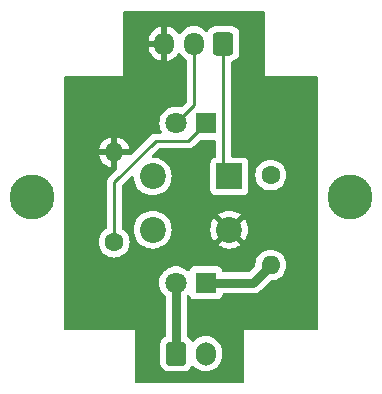
<source format=gbr>
%TF.GenerationSoftware,KiCad,Pcbnew,7.0.9*%
%TF.CreationDate,2024-03-13T22:22:46+01:00*%
%TF.ProjectId,KorryLargePCB,4b6f7272-794c-4617-9267-655043422e6b,rev?*%
%TF.SameCoordinates,Original*%
%TF.FileFunction,Copper,L1,Top*%
%TF.FilePolarity,Positive*%
%FSLAX46Y46*%
G04 Gerber Fmt 4.6, Leading zero omitted, Abs format (unit mm)*
G04 Created by KiCad (PCBNEW 7.0.9) date 2024-03-13 22:22:46*
%MOMM*%
%LPD*%
G01*
G04 APERTURE LIST*
G04 Aperture macros list*
%AMRoundRect*
0 Rectangle with rounded corners*
0 $1 Rounding radius*
0 $2 $3 $4 $5 $6 $7 $8 $9 X,Y pos of 4 corners*
0 Add a 4 corners polygon primitive as box body*
4,1,4,$2,$3,$4,$5,$6,$7,$8,$9,$2,$3,0*
0 Add four circle primitives for the rounded corners*
1,1,$1+$1,$2,$3*
1,1,$1+$1,$4,$5*
1,1,$1+$1,$6,$7*
1,1,$1+$1,$8,$9*
0 Add four rect primitives between the rounded corners*
20,1,$1+$1,$2,$3,$4,$5,0*
20,1,$1+$1,$4,$5,$6,$7,0*
20,1,$1+$1,$6,$7,$8,$9,0*
20,1,$1+$1,$8,$9,$2,$3,0*%
G04 Aperture macros list end*
%TA.AperFunction,ComponentPad*%
%ADD10C,1.600000*%
%TD*%
%TA.AperFunction,ComponentPad*%
%ADD11O,1.600000X1.600000*%
%TD*%
%TA.AperFunction,ComponentPad*%
%ADD12RoundRect,0.250000X-0.600000X-0.750000X0.600000X-0.750000X0.600000X0.750000X-0.600000X0.750000X0*%
%TD*%
%TA.AperFunction,ComponentPad*%
%ADD13O,1.700000X2.000000*%
%TD*%
%TA.AperFunction,ComponentPad*%
%ADD14RoundRect,0.250000X0.600000X0.725000X-0.600000X0.725000X-0.600000X-0.725000X0.600000X-0.725000X0*%
%TD*%
%TA.AperFunction,ComponentPad*%
%ADD15O,1.700000X1.950000*%
%TD*%
%TA.AperFunction,ComponentPad*%
%ADD16C,2.600000*%
%TD*%
%TA.AperFunction,ConnectorPad*%
%ADD17C,3.800000*%
%TD*%
%TA.AperFunction,ComponentPad*%
%ADD18R,2.200000X2.200000*%
%TD*%
%TA.AperFunction,ComponentPad*%
%ADD19C,2.200000*%
%TD*%
%TA.AperFunction,ComponentPad*%
%ADD20R,1.800000X1.800000*%
%TD*%
%TA.AperFunction,ComponentPad*%
%ADD21C,1.800000*%
%TD*%
%TA.AperFunction,Conductor*%
%ADD22C,0.250000*%
%TD*%
%TA.AperFunction,Conductor*%
%ADD23C,0.800000*%
%TD*%
G04 APERTURE END LIST*
D10*
%TO.P,R1,1*%
%TO.N,Net-(D1-K)*%
X54500000Y-39810000D03*
D11*
%TO.P,R1,2*%
%TO.N,GND*%
X54500000Y-32190000D03*
%TD*%
D12*
%TO.P,J2,1,Pin_1*%
%TO.N,+9V*%
X59750000Y-49250000D03*
D13*
%TO.P,J2,2,Pin_2*%
%TO.N,/LED_PCB*%
X62250000Y-49250000D03*
%TD*%
D14*
%TO.P,J1,1,Pin_1*%
%TO.N,/BTN_INPUT*%
X63750000Y-23000000D03*
D15*
%TO.P,J1,2,Pin_2*%
%TO.N,/LED_INPUT*%
X61250000Y-23000000D03*
%TO.P,J1,3,Pin_3*%
%TO.N,GND*%
X58750000Y-23000000D03*
%TD*%
D10*
%TO.P,R2,1*%
%TO.N,/LED_PCB*%
X67750000Y-34130000D03*
D11*
%TO.P,R2,2*%
%TO.N,Net-(D2-K)*%
X67750000Y-41750000D03*
%TD*%
D16*
%TO.P,H2,1*%
%TO.N,N/C*%
X74500000Y-36000000D03*
D17*
X74500000Y-36000000D03*
%TD*%
D16*
%TO.P,H1,1*%
%TO.N,N/C*%
X47500000Y-36000000D03*
D17*
X47500000Y-36000000D03*
%TD*%
D18*
%TO.P,S1,1*%
%TO.N,/BTN_INPUT*%
X64250000Y-34250000D03*
D19*
%TO.P,S1,2*%
%TO.N,unconnected-(S1-Pad2)*%
X57750000Y-34250000D03*
%TO.P,S1,3*%
%TO.N,GND*%
X64250000Y-38750000D03*
%TO.P,S1,4*%
%TO.N,unconnected-(S1-Pad4)*%
X57750000Y-38750000D03*
%TD*%
D20*
%TO.P,D1,1,K*%
%TO.N,Net-(D1-K)*%
X62275000Y-29750000D03*
D21*
%TO.P,D1,2,A*%
%TO.N,/LED_INPUT*%
X59735000Y-29750000D03*
%TD*%
D20*
%TO.P,D2,1,K*%
%TO.N,Net-(D2-K)*%
X62250000Y-43250000D03*
D21*
%TO.P,D2,2,A*%
%TO.N,+9V*%
X59710000Y-43250000D03*
%TD*%
D22*
%TO.N,Net-(D1-K)*%
X58000000Y-31250000D02*
X54500000Y-34750000D01*
X54500000Y-34750000D02*
X54500000Y-39810000D01*
X60775000Y-31250000D02*
X58000000Y-31250000D01*
X62275000Y-29750000D02*
X60775000Y-31250000D01*
%TO.N,/LED_INPUT*%
X61250000Y-23000000D02*
X61250000Y-28235000D01*
X61250000Y-28235000D02*
X59735000Y-29750000D01*
D23*
%TO.N,Net-(D2-K)*%
X62250000Y-43250000D02*
X66250000Y-43250000D01*
X66250000Y-43250000D02*
X67750000Y-41750000D01*
%TO.N,+9V*%
X59750000Y-49250000D02*
X59750000Y-43290000D01*
D22*
X59750000Y-43290000D02*
X59710000Y-43250000D01*
%TO.N,/BTN_INPUT*%
X63750000Y-23000000D02*
X63750000Y-33750000D01*
X63750000Y-33750000D02*
X64250000Y-34250000D01*
%TD*%
%TA.AperFunction,Conductor*%
%TO.N,GND*%
G36*
X67193039Y-20269685D02*
G01*
X67238794Y-20322489D01*
X67250000Y-20374000D01*
X67250000Y-25750000D01*
X71626000Y-25750000D01*
X71693039Y-25769685D01*
X71738794Y-25822489D01*
X71750000Y-25874000D01*
X71750000Y-47126000D01*
X71730315Y-47193039D01*
X71677511Y-47238794D01*
X71626000Y-47250000D01*
X65500000Y-47250000D01*
X65500000Y-51626000D01*
X65480315Y-51693039D01*
X65427511Y-51738794D01*
X65376000Y-51750000D01*
X56374000Y-51750000D01*
X56306961Y-51730315D01*
X56261206Y-51677511D01*
X56250000Y-51626000D01*
X56250000Y-47250000D01*
X50374000Y-47250000D01*
X50306961Y-47230315D01*
X50261206Y-47177511D01*
X50250000Y-47126000D01*
X50250000Y-43250006D01*
X58304700Y-43250006D01*
X58323864Y-43481297D01*
X58323866Y-43481308D01*
X58380842Y-43706300D01*
X58474075Y-43918848D01*
X58601016Y-44113147D01*
X58601019Y-44113151D01*
X58601021Y-44113153D01*
X58758216Y-44283913D01*
X58801662Y-44317728D01*
X58842475Y-44374436D01*
X58849500Y-44415581D01*
X58849500Y-47734362D01*
X58829815Y-47801401D01*
X58790598Y-47839899D01*
X58722288Y-47882033D01*
X58681342Y-47907289D01*
X58557289Y-48031342D01*
X58465187Y-48180663D01*
X58465185Y-48180668D01*
X58446450Y-48237206D01*
X58410001Y-48347203D01*
X58410001Y-48347204D01*
X58410000Y-48347204D01*
X58399500Y-48449983D01*
X58399500Y-50050001D01*
X58399501Y-50050018D01*
X58410000Y-50152796D01*
X58410001Y-50152799D01*
X58455894Y-50291294D01*
X58465186Y-50319334D01*
X58557288Y-50468656D01*
X58681344Y-50592712D01*
X58830666Y-50684814D01*
X58997203Y-50739999D01*
X59099991Y-50750500D01*
X60400008Y-50750499D01*
X60502797Y-50739999D01*
X60669334Y-50684814D01*
X60818656Y-50592712D01*
X60942712Y-50468656D01*
X61034814Y-50319334D01*
X61034814Y-50319331D01*
X61038178Y-50313879D01*
X61090126Y-50267154D01*
X61159088Y-50255931D01*
X61223170Y-50283774D01*
X61231398Y-50291294D01*
X61378599Y-50438495D01*
X61421675Y-50468657D01*
X61572165Y-50574032D01*
X61572167Y-50574033D01*
X61572170Y-50574035D01*
X61786337Y-50673903D01*
X62014592Y-50735063D01*
X62191034Y-50750500D01*
X62249999Y-50755659D01*
X62250000Y-50755659D01*
X62250001Y-50755659D01*
X62308966Y-50750500D01*
X62485408Y-50735063D01*
X62713663Y-50673903D01*
X62927829Y-50574035D01*
X63121401Y-50438495D01*
X63288495Y-50271401D01*
X63424035Y-50077829D01*
X63523903Y-49863663D01*
X63585063Y-49635408D01*
X63600500Y-49458966D01*
X63600500Y-49041034D01*
X63585063Y-48864592D01*
X63523903Y-48636337D01*
X63424035Y-48422171D01*
X63405105Y-48395135D01*
X63288494Y-48228597D01*
X63121402Y-48061506D01*
X63121395Y-48061501D01*
X62927834Y-47925967D01*
X62927830Y-47925965D01*
X62887777Y-47907288D01*
X62713663Y-47826097D01*
X62713659Y-47826096D01*
X62713655Y-47826094D01*
X62485413Y-47764938D01*
X62485403Y-47764936D01*
X62250001Y-47744341D01*
X62249999Y-47744341D01*
X62014596Y-47764936D01*
X62014586Y-47764938D01*
X61786344Y-47826094D01*
X61786335Y-47826098D01*
X61572171Y-47925964D01*
X61572169Y-47925965D01*
X61378597Y-48061505D01*
X61231398Y-48208705D01*
X61170075Y-48242190D01*
X61100383Y-48237206D01*
X61044450Y-48195334D01*
X61038178Y-48186120D01*
X60942712Y-48031344D01*
X60818657Y-47907289D01*
X60818656Y-47907288D01*
X60709402Y-47839900D01*
X60662679Y-47787953D01*
X60650500Y-47734362D01*
X60650500Y-44394048D01*
X60670185Y-44327009D01*
X60722989Y-44281254D01*
X60792147Y-44271310D01*
X60855703Y-44300335D01*
X60890682Y-44350715D01*
X60906202Y-44392328D01*
X60906206Y-44392335D01*
X60992452Y-44507544D01*
X60992455Y-44507547D01*
X61107664Y-44593793D01*
X61107671Y-44593797D01*
X61242517Y-44644091D01*
X61242516Y-44644091D01*
X61249444Y-44644835D01*
X61302127Y-44650500D01*
X63197872Y-44650499D01*
X63257483Y-44644091D01*
X63392331Y-44593796D01*
X63507546Y-44507546D01*
X63593796Y-44392331D01*
X63644091Y-44257483D01*
X63644091Y-44257481D01*
X63645874Y-44249938D01*
X63648146Y-44250474D01*
X63670429Y-44196688D01*
X63727823Y-44156843D01*
X63766976Y-44150500D01*
X66169373Y-44150500D01*
X66188772Y-44152027D01*
X66202612Y-44154219D01*
X66271959Y-44150584D01*
X66275203Y-44150500D01*
X66297191Y-44150500D01*
X66297192Y-44150500D01*
X66313988Y-44148734D01*
X66319064Y-44148201D01*
X66322284Y-44147947D01*
X66391646Y-44144313D01*
X66405187Y-44140683D01*
X66424313Y-44137138D01*
X66438256Y-44135674D01*
X66504306Y-44114212D01*
X66507368Y-44113304D01*
X66574488Y-44095320D01*
X66586976Y-44088956D01*
X66604950Y-44081510D01*
X66618284Y-44077179D01*
X66678476Y-44042425D01*
X66681222Y-44040934D01*
X66743149Y-44009383D01*
X66754031Y-44000569D01*
X66770083Y-43989537D01*
X66782216Y-43982533D01*
X66833847Y-43936043D01*
X66836260Y-43933982D01*
X66853380Y-43920119D01*
X66868929Y-43904568D01*
X66871270Y-43902347D01*
X66922888Y-43855871D01*
X66931130Y-43844525D01*
X66943760Y-43829737D01*
X67683053Y-43090444D01*
X67744374Y-43056961D01*
X67759914Y-43054600D01*
X67976692Y-43035635D01*
X68196496Y-42976739D01*
X68402734Y-42880568D01*
X68589139Y-42750047D01*
X68750047Y-42589139D01*
X68880568Y-42402734D01*
X68976739Y-42196496D01*
X69035635Y-41976692D01*
X69055468Y-41750000D01*
X69054599Y-41740073D01*
X69035635Y-41523313D01*
X69035635Y-41523312D01*
X69035635Y-41523308D01*
X68976739Y-41303504D01*
X68880568Y-41097266D01*
X68750047Y-40910861D01*
X68750045Y-40910858D01*
X68589141Y-40749954D01*
X68402734Y-40619432D01*
X68402732Y-40619431D01*
X68196497Y-40523261D01*
X68196488Y-40523258D01*
X67976697Y-40464366D01*
X67976693Y-40464365D01*
X67976692Y-40464365D01*
X67976691Y-40464364D01*
X67976686Y-40464364D01*
X67750002Y-40444532D01*
X67749998Y-40444532D01*
X67523313Y-40464364D01*
X67523302Y-40464366D01*
X67303511Y-40523258D01*
X67303502Y-40523261D01*
X67097267Y-40619431D01*
X67097265Y-40619432D01*
X66910858Y-40749954D01*
X66749954Y-40910858D01*
X66619432Y-41097265D01*
X66619431Y-41097267D01*
X66523261Y-41303502D01*
X66523258Y-41303511D01*
X66464366Y-41523302D01*
X66464364Y-41523312D01*
X66445400Y-41740073D01*
X66419947Y-41805141D01*
X66409553Y-41816946D01*
X65913320Y-42313181D01*
X65851997Y-42346666D01*
X65825639Y-42349500D01*
X63766977Y-42349500D01*
X63699938Y-42329815D01*
X63654183Y-42277011D01*
X63646733Y-42249865D01*
X63645876Y-42250068D01*
X63644092Y-42242520D01*
X63593797Y-42107671D01*
X63593793Y-42107664D01*
X63507547Y-41992455D01*
X63507544Y-41992452D01*
X63392335Y-41906206D01*
X63392328Y-41906202D01*
X63257482Y-41855908D01*
X63257483Y-41855908D01*
X63197883Y-41849501D01*
X63197881Y-41849500D01*
X63197873Y-41849500D01*
X63197864Y-41849500D01*
X61302129Y-41849500D01*
X61302123Y-41849501D01*
X61242516Y-41855908D01*
X61107671Y-41906202D01*
X61107664Y-41906206D01*
X60992455Y-41992452D01*
X60992452Y-41992455D01*
X60906206Y-42107664D01*
X60906203Y-42107670D01*
X60877544Y-42184508D01*
X60835672Y-42240441D01*
X60770208Y-42264858D01*
X60701935Y-42250006D01*
X60670135Y-42225158D01*
X60661784Y-42216087D01*
X60661778Y-42216082D01*
X60661777Y-42216081D01*
X60478634Y-42073535D01*
X60478628Y-42073531D01*
X60274504Y-41963064D01*
X60274495Y-41963061D01*
X60054984Y-41887702D01*
X59864450Y-41855908D01*
X59826049Y-41849500D01*
X59593951Y-41849500D01*
X59555550Y-41855908D01*
X59365015Y-41887702D01*
X59145504Y-41963061D01*
X59145495Y-41963064D01*
X58941371Y-42073531D01*
X58941365Y-42073535D01*
X58758222Y-42216081D01*
X58758219Y-42216084D01*
X58758216Y-42216086D01*
X58758216Y-42216087D01*
X58713319Y-42264858D01*
X58601016Y-42386852D01*
X58474075Y-42581151D01*
X58380842Y-42793699D01*
X58323866Y-43018691D01*
X58323864Y-43018702D01*
X58304700Y-43249993D01*
X58304700Y-43250006D01*
X50250000Y-43250006D01*
X50250000Y-39810001D01*
X53194532Y-39810001D01*
X53214364Y-40036686D01*
X53214366Y-40036697D01*
X53273258Y-40256488D01*
X53273261Y-40256497D01*
X53369431Y-40462732D01*
X53369432Y-40462734D01*
X53499954Y-40649141D01*
X53660858Y-40810045D01*
X53660861Y-40810047D01*
X53847266Y-40940568D01*
X54053504Y-41036739D01*
X54273308Y-41095635D01*
X54435230Y-41109801D01*
X54499998Y-41115468D01*
X54500000Y-41115468D01*
X54500002Y-41115468D01*
X54556673Y-41110509D01*
X54726692Y-41095635D01*
X54946496Y-41036739D01*
X55152734Y-40940568D01*
X55339139Y-40810047D01*
X55500047Y-40649139D01*
X55630568Y-40462734D01*
X55726739Y-40256496D01*
X55785635Y-40036692D01*
X55805468Y-39810000D01*
X55785635Y-39583308D01*
X55726739Y-39363504D01*
X55630568Y-39157266D01*
X55500047Y-38970861D01*
X55500045Y-38970858D01*
X55339140Y-38809953D01*
X55253518Y-38750000D01*
X56144551Y-38750000D01*
X56164317Y-39001151D01*
X56223126Y-39246110D01*
X56319533Y-39478859D01*
X56451160Y-39693653D01*
X56451161Y-39693656D01*
X56451164Y-39693659D01*
X56614776Y-39885224D01*
X56763066Y-40011875D01*
X56806343Y-40048838D01*
X56806346Y-40048839D01*
X57021140Y-40180466D01*
X57204675Y-40256488D01*
X57253889Y-40276873D01*
X57498852Y-40335683D01*
X57750000Y-40355449D01*
X58001148Y-40335683D01*
X58246111Y-40276873D01*
X58478859Y-40180466D01*
X58693659Y-40048836D01*
X58885224Y-39885224D01*
X59048836Y-39693659D01*
X59180466Y-39478859D01*
X59276873Y-39246111D01*
X59335683Y-39001148D01*
X59355449Y-38750000D01*
X62645052Y-38750000D01*
X62664812Y-39001072D01*
X62723603Y-39245956D01*
X62819980Y-39478631D01*
X62951566Y-39693358D01*
X62951577Y-39693374D01*
X62952264Y-39694178D01*
X62952266Y-39694178D01*
X63687226Y-38959219D01*
X63725901Y-39052588D01*
X63822075Y-39177925D01*
X63947412Y-39274099D01*
X64040779Y-39312772D01*
X63305819Y-40047732D01*
X63306636Y-40048430D01*
X63306638Y-40048432D01*
X63521368Y-40180019D01*
X63754043Y-40276396D01*
X63998927Y-40335187D01*
X64250000Y-40354947D01*
X64501072Y-40335187D01*
X64745956Y-40276396D01*
X64978631Y-40180019D01*
X65193360Y-40048432D01*
X65193371Y-40048424D01*
X65194179Y-40047732D01*
X64459220Y-39312772D01*
X64552588Y-39274099D01*
X64677925Y-39177925D01*
X64774099Y-39052589D01*
X64812773Y-38959220D01*
X65547732Y-39694179D01*
X65548424Y-39693371D01*
X65548432Y-39693360D01*
X65680019Y-39478631D01*
X65776396Y-39245956D01*
X65835187Y-39001072D01*
X65854947Y-38750000D01*
X65835187Y-38498927D01*
X65776396Y-38254043D01*
X65680019Y-38021368D01*
X65548432Y-37806638D01*
X65548430Y-37806636D01*
X65547732Y-37805819D01*
X64812772Y-38540779D01*
X64774099Y-38447412D01*
X64677925Y-38322075D01*
X64552588Y-38225901D01*
X64459219Y-38187226D01*
X65194178Y-37452266D01*
X65194178Y-37452264D01*
X65193374Y-37451577D01*
X65193358Y-37451566D01*
X64978631Y-37319980D01*
X64745956Y-37223603D01*
X64501072Y-37164812D01*
X64250000Y-37145052D01*
X63998927Y-37164812D01*
X63754043Y-37223603D01*
X63521368Y-37319980D01*
X63306637Y-37451568D01*
X63305820Y-37452266D01*
X64040780Y-38187226D01*
X63947412Y-38225901D01*
X63822075Y-38322075D01*
X63725901Y-38447411D01*
X63687226Y-38540780D01*
X62952266Y-37805820D01*
X62951568Y-37806637D01*
X62819980Y-38021368D01*
X62723603Y-38254043D01*
X62664812Y-38498927D01*
X62645052Y-38750000D01*
X59355449Y-38750000D01*
X59335683Y-38498852D01*
X59276873Y-38253889D01*
X59180466Y-38021141D01*
X59180466Y-38021140D01*
X59048839Y-37806346D01*
X59048838Y-37806343D01*
X59011875Y-37763066D01*
X58885224Y-37614776D01*
X58758571Y-37506604D01*
X58693656Y-37451161D01*
X58693653Y-37451160D01*
X58478859Y-37319533D01*
X58246110Y-37223126D01*
X58001151Y-37164317D01*
X57750000Y-37144551D01*
X57498848Y-37164317D01*
X57253889Y-37223126D01*
X57021140Y-37319533D01*
X56806346Y-37451160D01*
X56806343Y-37451161D01*
X56614776Y-37614776D01*
X56451161Y-37806343D01*
X56451160Y-37806346D01*
X56319533Y-38021140D01*
X56223126Y-38253889D01*
X56164317Y-38498848D01*
X56144551Y-38750000D01*
X55253518Y-38750000D01*
X55178377Y-38697386D01*
X55134752Y-38642809D01*
X55125500Y-38595811D01*
X55125500Y-35060451D01*
X55145185Y-34993412D01*
X55161814Y-34972774D01*
X55935391Y-34199197D01*
X55996712Y-34165714D01*
X56066403Y-34170698D01*
X56122337Y-34212570D01*
X56146688Y-34277151D01*
X56164317Y-34501151D01*
X56223126Y-34746110D01*
X56319533Y-34978859D01*
X56451160Y-35193653D01*
X56451161Y-35193656D01*
X56451164Y-35193659D01*
X56614776Y-35385224D01*
X56763066Y-35511875D01*
X56806343Y-35548838D01*
X56806346Y-35548839D01*
X57021140Y-35680466D01*
X57253889Y-35776873D01*
X57498852Y-35835683D01*
X57750000Y-35855449D01*
X58001148Y-35835683D01*
X58246111Y-35776873D01*
X58478859Y-35680466D01*
X58693659Y-35548836D01*
X58885224Y-35385224D01*
X59048836Y-35193659D01*
X59180466Y-34978859D01*
X59276873Y-34746111D01*
X59335683Y-34501148D01*
X59355449Y-34250000D01*
X59335683Y-33998852D01*
X59276873Y-33753889D01*
X59180466Y-33521141D01*
X59180466Y-33521140D01*
X59048839Y-33306346D01*
X59048838Y-33306343D01*
X58949178Y-33189657D01*
X58885224Y-33114776D01*
X58750172Y-32999431D01*
X58693656Y-32951161D01*
X58693653Y-32951160D01*
X58478859Y-32819533D01*
X58246110Y-32723126D01*
X58001151Y-32664317D01*
X57812882Y-32649500D01*
X57777151Y-32646687D01*
X57711863Y-32621804D01*
X57670393Y-32565572D01*
X57665906Y-32495847D01*
X57699198Y-32435391D01*
X58222772Y-31911819D01*
X58284095Y-31878334D01*
X58310453Y-31875500D01*
X60692257Y-31875500D01*
X60707877Y-31877224D01*
X60707904Y-31876939D01*
X60715660Y-31877671D01*
X60715667Y-31877673D01*
X60784814Y-31875500D01*
X60814350Y-31875500D01*
X60821228Y-31874630D01*
X60827041Y-31874172D01*
X60873627Y-31872709D01*
X60892869Y-31867117D01*
X60911912Y-31863174D01*
X60931792Y-31860664D01*
X60975122Y-31843507D01*
X60980646Y-31841617D01*
X60984396Y-31840527D01*
X61025390Y-31828618D01*
X61042629Y-31818422D01*
X61060103Y-31809862D01*
X61078727Y-31802488D01*
X61078727Y-31802487D01*
X61078732Y-31802486D01*
X61116449Y-31775082D01*
X61121305Y-31771892D01*
X61161420Y-31748170D01*
X61175589Y-31733999D01*
X61190379Y-31721368D01*
X61206587Y-31709594D01*
X61236299Y-31673676D01*
X61240212Y-31669376D01*
X61722771Y-31186818D01*
X61784094Y-31153333D01*
X61810452Y-31150499D01*
X63000500Y-31150499D01*
X63067539Y-31170184D01*
X63113294Y-31222988D01*
X63124500Y-31274499D01*
X63124500Y-32539235D01*
X63104815Y-32606274D01*
X63052011Y-32652029D01*
X63043834Y-32655417D01*
X62907669Y-32706203D01*
X62907664Y-32706206D01*
X62792455Y-32792452D01*
X62792452Y-32792455D01*
X62706206Y-32907664D01*
X62706202Y-32907671D01*
X62655908Y-33042517D01*
X62649501Y-33102116D01*
X62649501Y-33102123D01*
X62649500Y-33102135D01*
X62649500Y-35397870D01*
X62649501Y-35397876D01*
X62655908Y-35457483D01*
X62706202Y-35592328D01*
X62706206Y-35592335D01*
X62792452Y-35707544D01*
X62792455Y-35707547D01*
X62907664Y-35793793D01*
X62907671Y-35793797D01*
X63042517Y-35844091D01*
X63042516Y-35844091D01*
X63049444Y-35844835D01*
X63102127Y-35850500D01*
X65397872Y-35850499D01*
X65457483Y-35844091D01*
X65592331Y-35793796D01*
X65707546Y-35707546D01*
X65793796Y-35592331D01*
X65844091Y-35457483D01*
X65850500Y-35397873D01*
X65850499Y-34130001D01*
X66444532Y-34130001D01*
X66464364Y-34356686D01*
X66464366Y-34356697D01*
X66523258Y-34576488D01*
X66523261Y-34576497D01*
X66619431Y-34782732D01*
X66619432Y-34782734D01*
X66749954Y-34969141D01*
X66910858Y-35130045D01*
X66910861Y-35130047D01*
X67097266Y-35260568D01*
X67303504Y-35356739D01*
X67523308Y-35415635D01*
X67685230Y-35429801D01*
X67749998Y-35435468D01*
X67750000Y-35435468D01*
X67750002Y-35435468D01*
X67806673Y-35430509D01*
X67976692Y-35415635D01*
X68196496Y-35356739D01*
X68402734Y-35260568D01*
X68589139Y-35130047D01*
X68750047Y-34969139D01*
X68880568Y-34782734D01*
X68976739Y-34576496D01*
X69035635Y-34356692D01*
X69055468Y-34130000D01*
X69035635Y-33903308D01*
X68976739Y-33683504D01*
X68880568Y-33477266D01*
X68750047Y-33290861D01*
X68750045Y-33290858D01*
X68589141Y-33129954D01*
X68402734Y-32999432D01*
X68402732Y-32999431D01*
X68196497Y-32903261D01*
X68196488Y-32903258D01*
X67976697Y-32844366D01*
X67976693Y-32844365D01*
X67976692Y-32844365D01*
X67976691Y-32844364D01*
X67976686Y-32844364D01*
X67750002Y-32824532D01*
X67749998Y-32824532D01*
X67523313Y-32844364D01*
X67523302Y-32844366D01*
X67303511Y-32903258D01*
X67303502Y-32903261D01*
X67097267Y-32999431D01*
X67097265Y-32999432D01*
X66910858Y-33129954D01*
X66749954Y-33290858D01*
X66619432Y-33477265D01*
X66619431Y-33477267D01*
X66523261Y-33683502D01*
X66523258Y-33683511D01*
X66464366Y-33903302D01*
X66464364Y-33903313D01*
X66444532Y-34129998D01*
X66444532Y-34130001D01*
X65850499Y-34130001D01*
X65850499Y-33102128D01*
X65844091Y-33042517D01*
X65838982Y-33028820D01*
X65793797Y-32907671D01*
X65793793Y-32907664D01*
X65707547Y-32792455D01*
X65707544Y-32792452D01*
X65592335Y-32706206D01*
X65592328Y-32706202D01*
X65457482Y-32655908D01*
X65457483Y-32655908D01*
X65397883Y-32649501D01*
X65397881Y-32649500D01*
X65397873Y-32649500D01*
X65397865Y-32649500D01*
X64499500Y-32649500D01*
X64432461Y-32629815D01*
X64386706Y-32577011D01*
X64375500Y-32525500D01*
X64375500Y-24589981D01*
X64395185Y-24522942D01*
X64447989Y-24477187D01*
X64486899Y-24466623D01*
X64487391Y-24466572D01*
X64502797Y-24464999D01*
X64669334Y-24409814D01*
X64818656Y-24317712D01*
X64942712Y-24193656D01*
X65034814Y-24044334D01*
X65089999Y-23877797D01*
X65100500Y-23775009D01*
X65100499Y-22224992D01*
X65099156Y-22211849D01*
X65089999Y-22122203D01*
X65089998Y-22122200D01*
X65052104Y-22007845D01*
X65034814Y-21955666D01*
X64942712Y-21806344D01*
X64818656Y-21682288D01*
X64687786Y-21601567D01*
X64669336Y-21590187D01*
X64669331Y-21590185D01*
X64667862Y-21589698D01*
X64502797Y-21535001D01*
X64502795Y-21535000D01*
X64400010Y-21524500D01*
X63099998Y-21524500D01*
X63099981Y-21524501D01*
X62997203Y-21535000D01*
X62997200Y-21535001D01*
X62830668Y-21590185D01*
X62830663Y-21590187D01*
X62681342Y-21682289D01*
X62557289Y-21806342D01*
X62461821Y-21961121D01*
X62409873Y-22007845D01*
X62340910Y-22019068D01*
X62276828Y-21991224D01*
X62268601Y-21983705D01*
X62121402Y-21836506D01*
X62121395Y-21836501D01*
X61927834Y-21700967D01*
X61927830Y-21700965D01*
X61887777Y-21682288D01*
X61713663Y-21601097D01*
X61713659Y-21601096D01*
X61713655Y-21601094D01*
X61485413Y-21539938D01*
X61485403Y-21539936D01*
X61250001Y-21519341D01*
X61249999Y-21519341D01*
X61014596Y-21539936D01*
X61014586Y-21539938D01*
X60786344Y-21601094D01*
X60786335Y-21601098D01*
X60572171Y-21700964D01*
X60572169Y-21700965D01*
X60378597Y-21836505D01*
X60211508Y-22003594D01*
X60101269Y-22161032D01*
X60046692Y-22204656D01*
X59977193Y-22211849D01*
X59914839Y-22180327D01*
X59898119Y-22161031D01*
X59788113Y-22003926D01*
X59788108Y-22003920D01*
X59621082Y-21836894D01*
X59427578Y-21701399D01*
X59213492Y-21601570D01*
X59213486Y-21601567D01*
X59000000Y-21544364D01*
X59000000Y-22591981D01*
X58885199Y-22539554D01*
X58783975Y-22525000D01*
X58716025Y-22525000D01*
X58614801Y-22539554D01*
X58500000Y-22591981D01*
X58500000Y-21544364D01*
X58499999Y-21544364D01*
X58286513Y-21601567D01*
X58286507Y-21601570D01*
X58072422Y-21701399D01*
X58072420Y-21701400D01*
X57878926Y-21836886D01*
X57878920Y-21836891D01*
X57711891Y-22003920D01*
X57711886Y-22003926D01*
X57576400Y-22197420D01*
X57576399Y-22197422D01*
X57476570Y-22411507D01*
X57476566Y-22411516D01*
X57415432Y-22639673D01*
X57415430Y-22639683D01*
X57405779Y-22750000D01*
X58346031Y-22750000D01*
X58313481Y-22800649D01*
X58275000Y-22931705D01*
X58275000Y-23068295D01*
X58313481Y-23199351D01*
X58346031Y-23250000D01*
X57405779Y-23250000D01*
X57415430Y-23360316D01*
X57415432Y-23360326D01*
X57476566Y-23588483D01*
X57476570Y-23588492D01*
X57576399Y-23802577D01*
X57576400Y-23802579D01*
X57711886Y-23996073D01*
X57711891Y-23996079D01*
X57878917Y-24163105D01*
X58072421Y-24298600D01*
X58286507Y-24398429D01*
X58286516Y-24398433D01*
X58500000Y-24455634D01*
X58500000Y-23408018D01*
X58614801Y-23460446D01*
X58716025Y-23475000D01*
X58783975Y-23475000D01*
X58885199Y-23460446D01*
X59000000Y-23408018D01*
X59000000Y-24455633D01*
X59213483Y-24398433D01*
X59213492Y-24398429D01*
X59427577Y-24298600D01*
X59427579Y-24298599D01*
X59621073Y-24163113D01*
X59621079Y-24163108D01*
X59788108Y-23996079D01*
X59788113Y-23996073D01*
X59898119Y-23838967D01*
X59952695Y-23795342D01*
X60022194Y-23788148D01*
X60084549Y-23819670D01*
X60101269Y-23838967D01*
X60211505Y-23996402D01*
X60378209Y-24163105D01*
X60378599Y-24163495D01*
X60571624Y-24298653D01*
X60615248Y-24353228D01*
X60624500Y-24400226D01*
X60624500Y-27924547D01*
X60604815Y-27991586D01*
X60588181Y-28012228D01*
X60233520Y-28366888D01*
X60172197Y-28400373D01*
X60105577Y-28396488D01*
X60079986Y-28387702D01*
X59889204Y-28355867D01*
X59851049Y-28349500D01*
X59618951Y-28349500D01*
X59573164Y-28357140D01*
X59390015Y-28387702D01*
X59170504Y-28463061D01*
X59170495Y-28463064D01*
X58966371Y-28573531D01*
X58966365Y-28573535D01*
X58783222Y-28716081D01*
X58783219Y-28716084D01*
X58626016Y-28886852D01*
X58499075Y-29081151D01*
X58405842Y-29293699D01*
X58348866Y-29518691D01*
X58348864Y-29518702D01*
X58329700Y-29749993D01*
X58329700Y-29750006D01*
X58348864Y-29981297D01*
X58348866Y-29981308D01*
X58405842Y-30206300D01*
X58499075Y-30418847D01*
X58508112Y-30432680D01*
X58528299Y-30499570D01*
X58509117Y-30566755D01*
X58456658Y-30612905D01*
X58404302Y-30624500D01*
X58082737Y-30624500D01*
X58067120Y-30622776D01*
X58067093Y-30623062D01*
X58059331Y-30622327D01*
X57990203Y-30624500D01*
X57960650Y-30624500D01*
X57959929Y-30624590D01*
X57953757Y-30625369D01*
X57947945Y-30625826D01*
X57901372Y-30627290D01*
X57901369Y-30627291D01*
X57882126Y-30632881D01*
X57863083Y-30636825D01*
X57843204Y-30639336D01*
X57843203Y-30639337D01*
X57799878Y-30656490D01*
X57794352Y-30658382D01*
X57749608Y-30671383D01*
X57749604Y-30671385D01*
X57732365Y-30681580D01*
X57714898Y-30690137D01*
X57696269Y-30697512D01*
X57696267Y-30697513D01*
X57658564Y-30724906D01*
X57653682Y-30728112D01*
X57613580Y-30751828D01*
X57599408Y-30766000D01*
X57584623Y-30778628D01*
X57568412Y-30790407D01*
X57538709Y-30826310D01*
X57534777Y-30830631D01*
X55942475Y-32422932D01*
X55881152Y-32456417D01*
X55811460Y-32451433D01*
X55795997Y-32440000D01*
X54815686Y-32440000D01*
X54827641Y-32428045D01*
X54885165Y-32315148D01*
X54904986Y-32190000D01*
X54885165Y-32064852D01*
X54827641Y-31951955D01*
X54815686Y-31940000D01*
X55778872Y-31940000D01*
X55778872Y-31939999D01*
X55726269Y-31743682D01*
X55726265Y-31743673D01*
X55630134Y-31537517D01*
X55499657Y-31351179D01*
X55338820Y-31190342D01*
X55152482Y-31059865D01*
X54946328Y-30963734D01*
X54750000Y-30911127D01*
X54750000Y-31874314D01*
X54738045Y-31862359D01*
X54625148Y-31804835D01*
X54531481Y-31790000D01*
X54468519Y-31790000D01*
X54374852Y-31804835D01*
X54261955Y-31862359D01*
X54250000Y-31874314D01*
X54250000Y-30911127D01*
X54053671Y-30963734D01*
X53847517Y-31059865D01*
X53661179Y-31190342D01*
X53500342Y-31351179D01*
X53369865Y-31537517D01*
X53273734Y-31743673D01*
X53273730Y-31743682D01*
X53221127Y-31939999D01*
X53221128Y-31940000D01*
X54184314Y-31940000D01*
X54172359Y-31951955D01*
X54114835Y-32064852D01*
X54095014Y-32190000D01*
X54114835Y-32315148D01*
X54172359Y-32428045D01*
X54184314Y-32440000D01*
X53221128Y-32440000D01*
X53273730Y-32636317D01*
X53273734Y-32636326D01*
X53369865Y-32842482D01*
X53500342Y-33028820D01*
X53661179Y-33189657D01*
X53847517Y-33320134D01*
X54053673Y-33416265D01*
X54053682Y-33416269D01*
X54249999Y-33468872D01*
X54250000Y-33468871D01*
X54250000Y-32505686D01*
X54261955Y-32517641D01*
X54374852Y-32575165D01*
X54468519Y-32590000D01*
X54531481Y-32590000D01*
X54625148Y-32575165D01*
X54738045Y-32517641D01*
X54750000Y-32505686D01*
X54750000Y-33486494D01*
X54761940Y-33502847D01*
X54766095Y-33572593D01*
X54732932Y-33632475D01*
X54116207Y-34249200D01*
X54103951Y-34259020D01*
X54104134Y-34259241D01*
X54098123Y-34264213D01*
X54050772Y-34314636D01*
X54029889Y-34335519D01*
X54029877Y-34335532D01*
X54025621Y-34341017D01*
X54021837Y-34345447D01*
X53989937Y-34379418D01*
X53989936Y-34379420D01*
X53980284Y-34396976D01*
X53969610Y-34413226D01*
X53957329Y-34429061D01*
X53957324Y-34429068D01*
X53938815Y-34471838D01*
X53936245Y-34477084D01*
X53913803Y-34517906D01*
X53908822Y-34537307D01*
X53902521Y-34555710D01*
X53894562Y-34574102D01*
X53894561Y-34574105D01*
X53887271Y-34620127D01*
X53886087Y-34625846D01*
X53874501Y-34670972D01*
X53874500Y-34670982D01*
X53874500Y-34691016D01*
X53872973Y-34710413D01*
X53869840Y-34730196D01*
X53873831Y-34772415D01*
X53874225Y-34776583D01*
X53874500Y-34782421D01*
X53874500Y-38595811D01*
X53854815Y-38662850D01*
X53821623Y-38697386D01*
X53660859Y-38809953D01*
X53499954Y-38970858D01*
X53369432Y-39157265D01*
X53369431Y-39157267D01*
X53273261Y-39363502D01*
X53273258Y-39363511D01*
X53214366Y-39583302D01*
X53214364Y-39583313D01*
X53194532Y-39809998D01*
X53194532Y-39810001D01*
X50250000Y-39810001D01*
X50250000Y-25874000D01*
X50269685Y-25806961D01*
X50322489Y-25761206D01*
X50374000Y-25750000D01*
X55250000Y-25750000D01*
X55250000Y-20374000D01*
X55269685Y-20306961D01*
X55322489Y-20261206D01*
X55374000Y-20250000D01*
X67126000Y-20250000D01*
X67193039Y-20269685D01*
G37*
%TD.AperFunction*%
%TD*%
M02*

</source>
